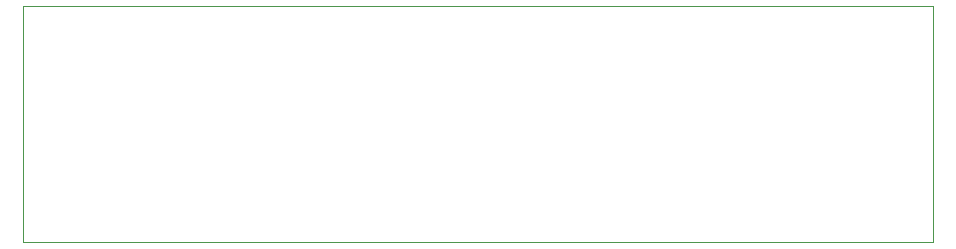
<source format=gbr>
G04 #@! TF.GenerationSoftware,KiCad,Pcbnew,(5.0.1)-4*
G04 #@! TF.CreationDate,2019-10-30T18:23:07+01:00*
G04 #@! TF.ProjectId,PCB,5043422E6B696361645F706362000000,rev?*
G04 #@! TF.SameCoordinates,Original*
G04 #@! TF.FileFunction,Profile,NP*
%FSLAX46Y46*%
G04 Gerber Fmt 4.6, Leading zero omitted, Abs format (unit mm)*
G04 Created by KiCad (PCBNEW (5.0.1)-4) date 30/10/2019 18:23:07*
%MOMM*%
%LPD*%
G01*
G04 APERTURE LIST*
%ADD10C,0.100000*%
G04 APERTURE END LIST*
D10*
X100000000Y-120000000D02*
X177000000Y-120000000D01*
X177000000Y-100000000D02*
X177000000Y-120000000D01*
X100000000Y-100000000D02*
X177000000Y-100000000D01*
X100000000Y-100000000D02*
X100000000Y-120000000D01*
M02*

</source>
